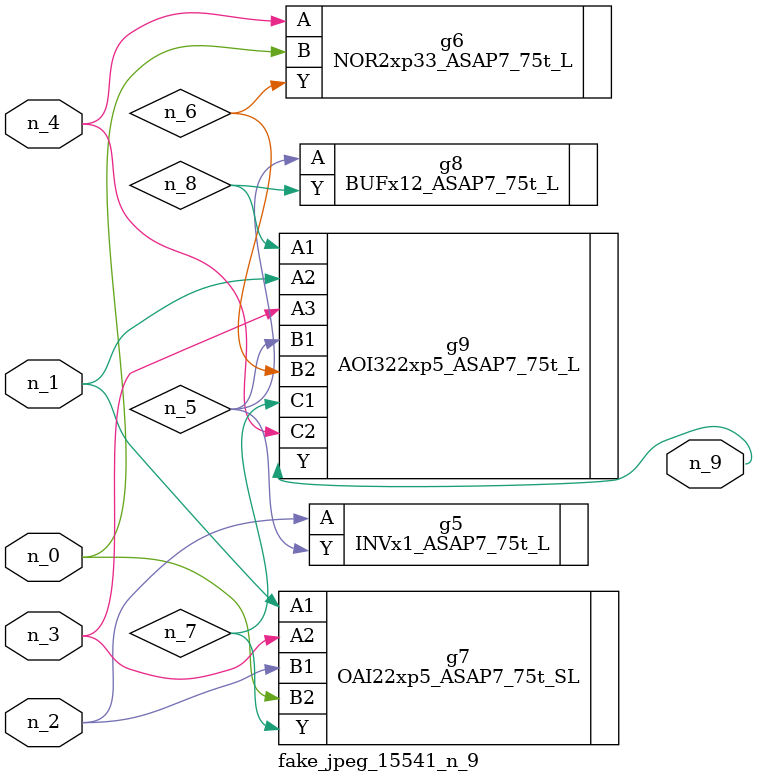
<source format=v>
module fake_jpeg_15541_n_9 (n_3, n_2, n_1, n_0, n_4, n_9);

input n_3;
input n_2;
input n_1;
input n_0;
input n_4;

output n_9;

wire n_8;
wire n_6;
wire n_5;
wire n_7;

INVx1_ASAP7_75t_L g5 ( 
.A(n_2),
.Y(n_5)
);

NOR2xp33_ASAP7_75t_L g6 ( 
.A(n_4),
.B(n_0),
.Y(n_6)
);

OAI22xp5_ASAP7_75t_SL g7 ( 
.A1(n_1),
.A2(n_3),
.B1(n_2),
.B2(n_0),
.Y(n_7)
);

BUFx12_ASAP7_75t_L g8 ( 
.A(n_5),
.Y(n_8)
);

AOI322xp5_ASAP7_75t_L g9 ( 
.A1(n_8),
.A2(n_1),
.A3(n_3),
.B1(n_5),
.B2(n_6),
.C1(n_7),
.C2(n_4),
.Y(n_9)
);


endmodule
</source>
